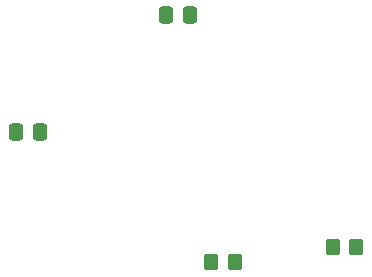
<source format=gbr>
%TF.GenerationSoftware,KiCad,Pcbnew,7.0.11+dfsg-1build4*%
%TF.CreationDate,2025-07-11T21:35:19+02:00*%
%TF.ProjectId,ParaPRZEKAZNIK,50617261-5052-45a4-954b-415a4e494b2e,rev?*%
%TF.SameCoordinates,Original*%
%TF.FileFunction,Paste,Bot*%
%TF.FilePolarity,Positive*%
%FSLAX46Y46*%
G04 Gerber Fmt 4.6, Leading zero omitted, Abs format (unit mm)*
G04 Created by KiCad (PCBNEW 7.0.11+dfsg-1build4) date 2025-07-11 21:35:19*
%MOMM*%
%LPD*%
G01*
G04 APERTURE LIST*
G04 Aperture macros list*
%AMRoundRect*
0 Rectangle with rounded corners*
0 $1 Rounding radius*
0 $2 $3 $4 $5 $6 $7 $8 $9 X,Y pos of 4 corners*
0 Add a 4 corners polygon primitive as box body*
4,1,4,$2,$3,$4,$5,$6,$7,$8,$9,$2,$3,0*
0 Add four circle primitives for the rounded corners*
1,1,$1+$1,$2,$3*
1,1,$1+$1,$4,$5*
1,1,$1+$1,$6,$7*
1,1,$1+$1,$8,$9*
0 Add four rect primitives between the rounded corners*
20,1,$1+$1,$2,$3,$4,$5,0*
20,1,$1+$1,$4,$5,$6,$7,0*
20,1,$1+$1,$6,$7,$8,$9,0*
20,1,$1+$1,$8,$9,$2,$3,0*%
G04 Aperture macros list end*
%ADD10RoundRect,0.250000X0.350000X0.450000X-0.350000X0.450000X-0.350000X-0.450000X0.350000X-0.450000X0*%
%ADD11RoundRect,0.250000X-0.337500X-0.475000X0.337500X-0.475000X0.337500X0.475000X-0.337500X0.475000X0*%
%ADD12RoundRect,0.250000X0.337500X0.475000X-0.337500X0.475000X-0.337500X-0.475000X0.337500X-0.475000X0*%
G04 APERTURE END LIST*
D10*
%TO.C,R16*%
X80629000Y-75819000D03*
X78629000Y-75819000D03*
%TD*%
D11*
%TO.C,C10*%
X51794500Y-66040000D03*
X53869500Y-66040000D03*
%TD*%
D12*
%TO.C,C3*%
X66569500Y-56134000D03*
X64494500Y-56134000D03*
%TD*%
D10*
%TO.C,R15*%
X70342000Y-77089000D03*
X68342000Y-77089000D03*
%TD*%
M02*

</source>
